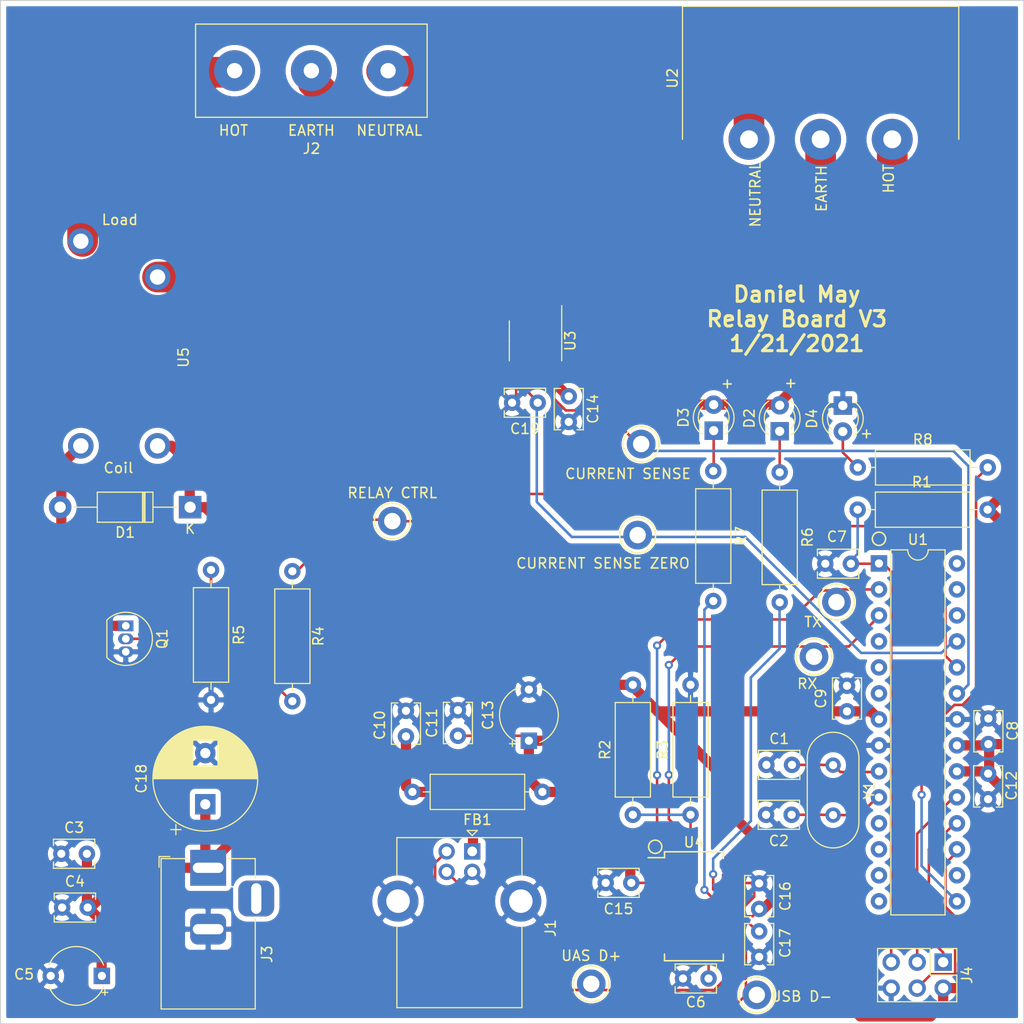
<source format=kicad_pcb>
(kicad_pcb (version 20171130) (host pcbnew "(5.1.8)-1")
  (layers (0 F.Cu signal) (31 B.Cu signal) (34 B.Paste user) (35 F.Paste user) (36 B.SilkS user) (37 F.SilkS user) (38 B.Mask user) (39 F.Mask user) (44 Edge.Cuts user))
  (net 0 "")
  (net 1 XTAL1)
  (net 2 ISP_GND)
  (net 3 XTAL2)
  (net 4 5V_Rail)
  (net 5 "Net-(C6-Pad2)")
  (net 6 "Net-(C10-Pad2)")
  (net 7 "Net-(D1-Pad2)")
  (net 8 "Net-(D2-Pad1)")
  (net 9 "Net-(D3-Pad1)")
  (net 10 "Net-(D4-Pad2)")
  (net 11 USB_D+)
  (net 12 USB_D-)
  (net 13 AC_Hot_OUT)
  (net 14 AC_Neutral_IN)
  (net 15 AC_Earth_IN)
  (net 16 "Net-(J3-PadMP)")
  (net 17 ISP_RST)
  (net 18 ISP_MOSI)
  (net 19 ISP_SCK)
  (net 20 ISP_MISO)
  (net 21 "Net-(Q1-Pad2)")
  (net 22 Relay_CTRL)
  (net 23 "Net-(R6-Pad2)")
  (net 24 "Net-(R7-Pad2)")
  (net 25 "Net-(R8-Pad2)")
  (net 26 "Net-(U1-Pad28)")
  (net 27 "Net-(U1-Pad14)")
  (net 28 "Net-(U1-Pad27)")
  (net 29 "Net-(U1-Pad13)")
  (net 30 "Net-(U1-Pad26)")
  (net 31 "Net-(U1-Pad12)")
  (net 32 "Net-(U1-Pad11)")
  (net 33 Current_Sense)
  (net 34 "Net-(U1-Pad6)")
  (net 35 "Net-(U1-Pad5)")
  (net 36 "Net-(U1-Pad4)")
  (net 37 FTDI_UART_RX)
  (net 38 "Net-(U1-Pad16)")
  (net 39 FTDI_UART_TX)
  (net 40 AC_Hot_IN)
  (net 41 AC_Hot_Sense)
  (net 42 "Net-(U4-Pad28)")
  (net 43 "Net-(U4-Pad27)")
  (net 44 "Net-(U4-Pad14)")
  (net 45 "Net-(U4-Pad13)")
  (net 46 "Net-(U4-Pad12)")
  (net 47 "Net-(U4-Pad11)")
  (net 48 "Net-(U4-Pad10)")
  (net 49 "Net-(U4-Pad9)")
  (net 50 "Net-(U4-Pad6)")
  (net 51 "Net-(U4-Pad3)")
  (net 52 "Net-(U4-Pad2)")
  (net 53 "Net-(C17-Pad2)")
  (net 54 USB_VBUS_Rail)
  (net 55 Current_Sense_Zero)
  (module Custom_Footprints:G5PZ-1A-E_DC5 (layer F.Cu) (at 96.7994 85.4583 90)
    (fp_text reference U5 (at 8.636 10.033 90) (layer F.SilkS))
    (fp_text value G5PZ-1A-E_DC5)
    (fp_text user Load (at 22.098 3.81) (layer F.SilkS))
    (fp_text user Coil (at -2.159 3.683 180) (layer F.SilkS))
    (pad 3 thru_hole circle (at 20 0 90) (size 2.5 2.5) (drill 1.5) (layers *.Cu *.Mask) (net 13 AC_Hot_OUT))
    (pad 4 thru_hole circle (at 16.5 7.5 90) (size 2.5 2.5) (drill 1.5) (layers *.Cu *.Mask) (net 41 AC_Hot_Sense))
    (pad 1 thru_hole circle (at 0 7.5 90) (size 2.5 2.5) (drill 1.5) (layers *.Cu *.Mask) (net 4 5V_Rail))
    (pad 2 thru_hole circle (at 0 0 90) (size 2.5 2.5) (drill 1.5) (layers *.Cu *.Mask) (net 7 "Net-(D1-Pad2)"))
  )
  (module Package_SO:SOIC-8_3.9x4.9mm_P1.27mm (layer F.Cu) (at 141.2367 75.1967 270)
    (fp_text reference U3 (at 0 -3.4 90) (layer F.SilkS))
    (fp_text value ACS730xLCTR-20AB)
    (pad 8 smd roundrect (at 2.475 -1.905 270) (size 1.95 0.6) (layers F.Cu F.Paste F.Mask) (net 54 USB_VBUS_Rail))
    (pad 7 smd roundrect (at 2.475 -0.635 270) (size 1.95 0.6) (layers F.Cu F.Paste F.Mask) (net 33 Current_Sense))
    (pad 6 smd roundrect (at 2.475 0.635 270) (size 1.95 0.6) (layers F.Cu F.Paste F.Mask) (net 55 Current_Sense_Zero))
    (pad 5 smd roundrect (at 2.475 1.905 270) (size 1.95 0.6) (layers F.Cu F.Paste F.Mask) (net 2 ISP_GND))
    (pad 4 smd roundrect (at -2.475 1.905 270) (size 1.95 0.6) (layers F.Cu F.Paste F.Mask) (net 41 AC_Hot_Sense))
    (pad 3 smd roundrect (at -2.475 0.635 270) (size 1.95 0.6) (layers F.Cu F.Paste F.Mask) (net 41 AC_Hot_Sense))
    (pad 2 smd roundrect (at -2.475 -0.635 270) (size 1.95 0.6) (layers F.Cu F.Paste F.Mask) (net 40 AC_Hot_IN))
    (pad 1 smd roundrect (at -2.475 -1.905 270) (size 1.95 0.6) (layers F.Cu F.Paste F.Mask) (net 40 AC_Hot_IN))
  )
  (module Capacitor_THT:C_Disc_D3.8mm_W2.6mm_P2.50mm (layer F.Cu) (at 141.4507 81.2419 180)
    (fp_text reference C19 (at 1.25 -2.55) (layer F.SilkS))
    (fp_text value .1uF)
    (pad 2 thru_hole circle (at 2.5 0 180) (size 1.6 1.6) (drill 0.8) (layers *.Cu *.Mask) (net 2 ISP_GND))
    (pad 1 thru_hole circle (at 0 0 180) (size 1.6 1.6) (drill 0.8) (layers *.Cu *.Mask) (net 55 Current_Sense_Zero))
  )
  (module Custom_Footprints:2mm_square_pad (layer F.Cu) (at 141.5161 71.7423)
    (fp_text reference REF**)
    (fp_text value 2mm_square_pad)
    (fp_poly (pts (xy 2 2) (xy 0 2) (xy 0 0) (xy 2 0)) (layer F.Cu) (width 0.1))
  )
  (module Custom_Footprints:2mm_square_pad (layer F.Cu) (at 138.9761 71.7423)
    (fp_text reference REF**)
    (fp_text value 2mm_square_pad)
    (fp_poly (pts (xy 2 2) (xy 0 2) (xy 0 0) (xy 2 0)) (layer F.Cu) (width 0.1))
  )
  (module TestPoint:TestPoint_Keystone_5005-5009_Compact (layer F.Cu) (at 151.2189 94.1832)
    (fp_text reference "CURRENT SENSE ZERO" (at -3.3909 2.7559) (layer F.SilkS))
    (fp_text value TestPoint_Keystone_5005-5009_Compact)
    (pad 1 thru_hole circle (at 0 0) (size 2.8 2.8) (drill 1.6) (layers *.Cu *.Mask) (net 55 Current_Sense_Zero))
  )
  (module TestPoint:TestPoint_Keystone_5005-5009_Compact (layer F.Cu) (at 151.5618 85.2805)
    (fp_text reference "CURRENT SENSE" (at -1.2827 2.9083) (layer F.SilkS))
    (fp_text value TestPoint_Keystone_5005-5009_Compact)
    (pad 1 thru_hole circle (at 0 0) (size 2.8 2.8) (drill 1.6) (layers *.Cu *.Mask) (net 33 Current_Sense))
  )
  (module TestPoint:TestPoint_Keystone_5005-5009_Compact (layer F.Cu) (at 127.2413 92.8116)
    (fp_text reference "RELAY CTRL" (at 0 -2.75) (layer F.SilkS))
    (fp_text value TestPoint_Keystone_5005-5009_Compact)
    (pad 1 thru_hole circle (at 0 0) (size 2.8 2.8) (drill 1.6) (layers *.Cu *.Mask) (net 22 Relay_CTRL))
  )
  (module TestPoint:TestPoint_Keystone_5005-5009_Compact (layer F.Cu) (at 168.4528 106.0704)
    (fp_text reference RX (at -0.6604 2.6416) (layer F.SilkS))
    (fp_text value TestPoint_Keystone_5005-5009_Compact)
    (pad 1 thru_hole circle (at 0 0) (size 2.8 2.8) (drill 1.6) (layers *.Cu *.Mask) (net 37 FTDI_UART_RX))
  )
  (module TestPoint:TestPoint_Keystone_5005-5009_Compact (layer F.Cu) (at 170.6499 100.7237)
    (fp_text reference TX (at -2.286 1.9558) (layer F.SilkS))
    (fp_text value TestPoint_Keystone_5005-5009_Compact)
    (pad 1 thru_hole circle (at 0 0) (size 2.8 2.8) (drill 1.6) (layers *.Cu *.Mask) (net 39 FTDI_UART_TX))
  )
  (module TestPoint:TestPoint_Keystone_5005-5009_Compact (layer F.Cu) (at 162.8648 139.1158)
    (fp_text reference "USB D-" (at 4.3561 0.1524) (layer F.SilkS))
    (fp_text value TestPoint_Keystone_5005-5009_Compact)
    (pad 1 thru_hole circle (at 0 0) (size 2.8 2.8) (drill 1.6) (layers *.Cu *.Mask) (net 12 USB_D-))
  )
  (module TestPoint:TestPoint_Keystone_5005-5009_Compact (layer F.Cu) (at 146.685 138.0363)
    (fp_text reference "UAS D+" (at 0 -2.75) (layer F.SilkS))
    (fp_text value TestPoint_Keystone_5005-5009_Compact)
    (pad 1 thru_hole circle (at 0 0) (size 2.8 2.8) (drill 1.6) (layers *.Cu *.Mask) (net 11 USB_D+))
  )
  (module Capacitor_THT:CP_Radial_D10.0mm_P5.00mm (layer F.Cu) (at 108.966 120.4849 90)
    (fp_text reference C18 (at 2.5 -6.25 90) (layer F.SilkS))
    (fp_text value 1000uF)
    (pad 2 thru_hole circle (at 5 0 90) (size 2 2) (drill 1) (layers *.Cu *.Mask) (net 2 ISP_GND))
    (pad 1 thru_hole rect (at 0 0 90) (size 2 2) (drill 1) (layers *.Cu *.Mask) (net 4 5V_Rail))
  )
  (module Connector_USB:USB_B_Lumberg_2411_02_Horizontal (layer F.Cu) (at 135.0518 125.095 270)
    (fp_text reference J1 (at 7.5 -7.65 90) (layer F.SilkS))
    (fp_text value USB_B)
    (pad 5 thru_hole circle (at 4.86 -4.75) (size 4 4) (drill 2.3) (layers *.Cu *.Mask) (net 2 ISP_GND))
    (pad 5 thru_hole circle (at 4.86 7.25) (size 4 4) (drill 2.3) (layers *.Cu *.Mask) (net 2 ISP_GND))
    (pad 4 thru_hole circle (at 2 0) (size 1.6 1.6) (drill 0.95) (layers *.Cu *.Mask) (net 2 ISP_GND))
    (pad 3 thru_hole circle (at 2 2.5) (size 1.6 1.6) (drill 0.95) (layers *.Cu *.Mask) (net 11 USB_D+))
    (pad 2 thru_hole circle (at 0 2.5) (size 1.6 1.6) (drill 0.95) (layers *.Cu *.Mask) (net 12 USB_D-))
    (pad 1 thru_hole rect (at 0 0) (size 1.6 1.6) (drill 0.95) (layers *.Cu *.Mask) (net 6 "Net-(C10-Pad2)"))
  )
  (module Capacitor_THT:C_Disc_D3.8mm_W2.6mm_P2.50mm (layer F.Cu) (at 163.0934 135.4074 90)
    (fp_text reference C17 (at 1.3462 2.54 90) (layer F.SilkS))
    (fp_text value .1uF)
    (pad 2 thru_hole circle (at 2.5 0 90) (size 1.6 1.6) (drill 0.8) (layers *.Cu *.Mask) (net 53 "Net-(C17-Pad2)"))
    (pad 1 thru_hole circle (at 0 0 90) (size 1.6 1.6) (drill 0.8) (layers *.Cu *.Mask) (net 2 ISP_GND))
  )
  (module Capacitor_THT:C_Disc_D3.8mm_W2.6mm_P2.50mm (layer F.Cu) (at 172.0596 96.9772 180)
    (fp_text reference C7 (at 1.3716 2.6416) (layer F.SilkS))
    (fp_text value .1uF)
    (pad 2 thru_hole circle (at 2.5 0 180) (size 1.6 1.6) (drill 0.8) (layers *.Cu *.Mask) (net 2 ISP_GND))
    (pad 1 thru_hole circle (at 0 0 180) (size 1.6 1.6) (drill 0.8) (layers *.Cu *.Mask) (net 17 ISP_RST))
  )
  (module Custom_Footprints:IEC_Connector (layer F.Cu) (at 169.1005 55.499)
    (fp_text reference U2 (at -14.478 -5.969 90) (layer F.SilkS))
    (fp_text value IEC_Connector)
    (fp_text user NEUTRAL (at -6.38 5.39 90) (layer F.SilkS))
    (fp_text user EARTH (at 0.09 4.81 270) (layer F.SilkS))
    (fp_text user HOT (at 6.65 3.85 270) (layer F.SilkS))
    (pad 2 thru_hole circle (at 0 0) (size 4 4) (drill 1.75) (layers *.Cu *.Mask) (net 15 AC_Earth_IN))
    (pad 0 thru_hole circle (at 7 0) (size 4 4) (drill 1.75) (layers *.Cu *.Mask) (net 40 AC_Hot_IN))
    (pad 1 thru_hole circle (at -7 0) (size 4 4) (drill 1.75) (layers *.Cu *.Mask) (net 14 AC_Neutral_IN))
  )
  (module Crystal:Crystal_HC49-U_Vertical (layer F.Cu) (at 170.3197 116.6622 270)
    (fp_text reference Y1 (at 2.44 -3.525 90) (layer F.SilkS))
    (fp_text value 16MHz)
    (pad 2 thru_hole circle (at 4.88 0 270) (size 1.5 1.5) (drill 0.8) (layers *.Cu *.Mask) (net 3 XTAL2))
    (pad 1 thru_hole circle (at 0 0 270) (size 1.5 1.5) (drill 0.8) (layers *.Cu *.Mask) (net 1 XTAL1))
  )
  (module Package_SO:SSOP-28_5.3x10.2mm_P0.65mm (layer F.Cu) (at 156.718 130.4544)
    (fp_text reference U4 (at 0 -6.25) (layer F.SilkS))
    (fp_text value FT232RL)
    (pad 28 smd rect (at 3.6 -4.225) (size 1.75 0.45) (layers F.Cu F.Paste F.Mask) (net 42 "Net-(U4-Pad28)"))
    (pad 27 smd rect (at 3.6 -3.575) (size 1.75 0.45) (layers F.Cu F.Paste F.Mask) (net 43 "Net-(U4-Pad27)"))
    (pad 26 smd rect (at 3.6 -2.925) (size 1.75 0.45) (layers F.Cu F.Paste F.Mask) (net 2 ISP_GND))
    (pad 25 smd rect (at 3.6 -2.275) (size 1.75 0.45) (layers F.Cu F.Paste F.Mask) (net 2 ISP_GND))
    (pad 24 smd rect (at 3.6 -1.625) (size 1.75 0.45) (layers F.Cu F.Paste F.Mask))
    (pad 23 smd rect (at 3.6 -0.975) (size 1.75 0.45) (layers F.Cu F.Paste F.Mask) (net 23 "Net-(R6-Pad2)"))
    (pad 22 smd rect (at 3.6 -0.325) (size 1.75 0.45) (layers F.Cu F.Paste F.Mask) (net 24 "Net-(R7-Pad2)"))
    (pad 21 smd rect (at 3.6 0.325) (size 1.75 0.45) (layers F.Cu F.Paste F.Mask) (net 2 ISP_GND))
    (pad 20 smd rect (at 3.6 0.975) (size 1.75 0.45) (layers F.Cu F.Paste F.Mask) (net 54 USB_VBUS_Rail))
    (pad 19 smd rect (at 3.6 1.625) (size 1.75 0.45) (layers F.Cu F.Paste F.Mask) (net 53 "Net-(C17-Pad2)"))
    (pad 18 smd rect (at 3.6 2.275) (size 1.75 0.45) (layers F.Cu F.Paste F.Mask) (net 2 ISP_GND))
    (pad 17 smd rect (at 3.6 2.925) (size 1.75 0.45) (layers F.Cu F.Paste F.Mask) (net 5 "Net-(C6-Pad2)"))
    (pad 16 smd rect (at 3.6 3.575) (size 1.75 0.45) (layers F.Cu F.Paste F.Mask) (net 12 USB_D-))
    (pad 15 smd rect (at 3.6 4.225) (size 1.75 0.45) (layers F.Cu F.Paste F.Mask) (net 11 USB_D+))
    (pad 14 smd rect (at -3.6 4.225) (size 1.75 0.45) (layers F.Cu F.Paste F.Mask) (net 44 "Net-(U4-Pad14)"))
    (pad 13 smd rect (at -3.6 3.575) (size 1.75 0.45) (layers F.Cu F.Paste F.Mask) (net 45 "Net-(U4-Pad13)"))
    (pad 12 smd rect (at -3.6 2.925) (size 1.75 0.45) (layers F.Cu F.Paste F.Mask) (net 46 "Net-(U4-Pad12)"))
    (pad 11 smd rect (at -3.6 2.275) (size 1.75 0.45) (layers F.Cu F.Paste F.Mask) (net 47 "Net-(U4-Pad11)"))
    (pad 10 smd rect (at -3.6 1.625) (size 1.75 0.45) (layers F.Cu F.Paste F.Mask) (net 48 "Net-(U4-Pad10)"))
    (pad 9 smd rect (at -3.6 0.975) (size 1.75 0.45) (layers F.Cu F.Paste F.Mask) (net 49 "Net-(U4-Pad9)"))
    (pad 8 smd rect (at -3.6 0.325) (size 1.75 0.45) (layers F.Cu F.Paste F.Mask))
    (pad 7 smd rect (at -3.6 -0.325) (size 1.75 0.45) (layers F.Cu F.Paste F.Mask) (net 2 ISP_GND))
    (pad 6 smd rect (at -3.6 -0.975) (size 1.75 0.45) (layers F.Cu F.Paste F.Mask) (net 50 "Net-(U4-Pad6)"))
    (pad 5 smd rect (at -3.6 -1.625) (size 1.75 0.45) (layers F.Cu F.Paste F.Mask) (net 37 FTDI_UART_RX))
    (pad 4 smd rect (at -3.6 -2.275) (size 1.75 0.45) (layers F.Cu F.Paste F.Mask) (net 54 USB_VBUS_Rail))
    (pad 3 smd rect (at -3.6 -2.925) (size 1.75 0.45) (layers F.Cu F.Paste F.Mask) (net 51 "Net-(U4-Pad3)"))
    (pad 2 smd rect (at -3.6 -3.575) (size 1.75 0.45) (layers F.Cu F.Paste F.Mask) (net 52 "Net-(U4-Pad2)"))
    (pad 1 smd rect (at -3.6 -4.225) (size 1.75 0.45) (layers F.Cu F.Paste F.Mask) (net 39 FTDI_UART_TX))
  )
  (module Package_DIP:DIP-28_W7.62mm (layer F.Cu) (at 174.8028 96.9518)
    (fp_text reference U1 (at 3.81 -2.33) (layer F.SilkS))
    (fp_text value ATmega328P-PU)
    (pad 28 thru_hole oval (at 7.62 0) (size 1.6 1.6) (drill 0.8) (layers *.Cu *.Mask) (net 26 "Net-(U1-Pad28)"))
    (pad 14 thru_hole oval (at 0 33.02) (size 1.6 1.6) (drill 0.8) (layers *.Cu *.Mask) (net 27 "Net-(U1-Pad14)"))
    (pad 27 thru_hole oval (at 7.62 2.54) (size 1.6 1.6) (drill 0.8) (layers *.Cu *.Mask) (net 28 "Net-(U1-Pad27)"))
    (pad 13 thru_hole oval (at 0 30.48) (size 1.6 1.6) (drill 0.8) (layers *.Cu *.Mask) (net 29 "Net-(U1-Pad13)"))
    (pad 26 thru_hole oval (at 7.62 5.08) (size 1.6 1.6) (drill 0.8) (layers *.Cu *.Mask) (net 30 "Net-(U1-Pad26)"))
    (pad 12 thru_hole oval (at 0 27.94) (size 1.6 1.6) (drill 0.8) (layers *.Cu *.Mask) (net 31 "Net-(U1-Pad12)"))
    (pad 25 thru_hole oval (at 7.62 7.62) (size 1.6 1.6) (drill 0.8) (layers *.Cu *.Mask) (net 55 Current_Sense_Zero))
    (pad 11 thru_hole oval (at 0 25.4) (size 1.6 1.6) (drill 0.8) (layers *.Cu *.Mask) (net 32 "Net-(U1-Pad11)"))
    (pad 24 thru_hole oval (at 7.62 10.16) (size 1.6 1.6) (drill 0.8) (layers *.Cu *.Mask) (net 22 Relay_CTRL))
    (pad 10 thru_hole oval (at 0 22.86) (size 1.6 1.6) (drill 0.8) (layers *.Cu *.Mask) (net 3 XTAL2))
    (pad 23 thru_hole oval (at 7.62 12.7) (size 1.6 1.6) (drill 0.8) (layers *.Cu *.Mask) (net 33 Current_Sense))
    (pad 9 thru_hole oval (at 0 20.32) (size 1.6 1.6) (drill 0.8) (layers *.Cu *.Mask) (net 1 XTAL1))
    (pad 22 thru_hole oval (at 7.62 15.24) (size 1.6 1.6) (drill 0.8) (layers *.Cu *.Mask) (net 2 ISP_GND))
    (pad 8 thru_hole oval (at 0 17.78) (size 1.6 1.6) (drill 0.8) (layers *.Cu *.Mask) (net 2 ISP_GND))
    (pad 21 thru_hole oval (at 7.62 17.78) (size 1.6 1.6) (drill 0.8) (layers *.Cu *.Mask) (net 54 USB_VBUS_Rail))
    (pad 7 thru_hole oval (at 0 15.24) (size 1.6 1.6) (drill 0.8) (layers *.Cu *.Mask) (net 54 USB_VBUS_Rail))
    (pad 20 thru_hole oval (at 7.62 20.32) (size 1.6 1.6) (drill 0.8) (layers *.Cu *.Mask) (net 54 USB_VBUS_Rail))
    (pad 6 thru_hole oval (at 0 12.7) (size 1.6 1.6) (drill 0.8) (layers *.Cu *.Mask) (net 34 "Net-(U1-Pad6)"))
    (pad 19 thru_hole oval (at 7.62 22.86) (size 1.6 1.6) (drill 0.8) (layers *.Cu *.Mask) (net 19 ISP_SCK))
    (pad 5 thru_hole oval (at 0 10.16) (size 1.6 1.6) (drill 0.8) (layers *.Cu *.Mask) (net 35 "Net-(U1-Pad5)"))
    (pad 18 thru_hole oval (at 7.62 25.4) (size 1.6 1.6) (drill 0.8) (layers *.Cu *.Mask) (net 20 ISP_MISO))
    (pad 4 thru_hole oval (at 0 7.62) (size 1.6 1.6) (drill 0.8) (layers *.Cu *.Mask) (net 36 "Net-(U1-Pad4)"))
    (pad 17 thru_hole oval (at 7.62 27.94) (size 1.6 1.6) (drill 0.8) (layers *.Cu *.Mask) (net 18 ISP_MOSI))
    (pad 3 thru_hole oval (at 0 5.08) (size 1.6 1.6) (drill 0.8) (layers *.Cu *.Mask) (net 37 FTDI_UART_RX))
    (pad 16 thru_hole oval (at 7.62 30.48) (size 1.6 1.6) (drill 0.8) (layers *.Cu *.Mask) (net 38 "Net-(U1-Pad16)"))
    (pad 2 thru_hole oval (at 0 2.54) (size 1.6 1.6) (drill 0.8) (layers *.Cu *.Mask) (net 39 FTDI_UART_TX))
    (pad 15 thru_hole oval (at 7.62 33.02) (size 1.6 1.6) (drill 0.8) (layers *.Cu *.Mask) (net 25 "Net-(R8-Pad2)"))
    (pad 1 thru_hole rect (at 0 0) (size 1.6 1.6) (drill 0.8) (layers *.Cu *.Mask) (net 17 ISP_RST))
  )
  (module Resistor_THT:R_Axial_DIN0309_L9.0mm_D3.2mm_P12.70mm_Horizontal (layer F.Cu) (at 172.7327 87.5665)
    (fp_text reference R8 (at 6.35 -2.72) (layer F.SilkS))
    (fp_text value 470)
    (pad 2 thru_hole oval (at 12.7 0) (size 1.6 1.6) (drill 0.8) (layers *.Cu *.Mask) (net 25 "Net-(R8-Pad2)"))
    (pad 1 thru_hole circle (at 0 0) (size 1.6 1.6) (drill 0.8) (layers *.Cu *.Mask) (net 10 "Net-(D4-Pad2)"))
  )
  (module Resistor_THT:R_Axial_DIN0309_L9.0mm_D3.2mm_P12.70mm_Horizontal (layer F.Cu) (at 158.6103 87.9221 270)
    (fp_text reference R7 (at 6.35 -2.72 90) (layer F.SilkS))
    (fp_text value 220)
    (pad 2 thru_hole oval (at 12.7 0 270) (size 1.6 1.6) (drill 0.8) (layers *.Cu *.Mask) (net 24 "Net-(R7-Pad2)"))
    (pad 1 thru_hole circle (at 0 0 270) (size 1.6 1.6) (drill 0.8) (layers *.Cu *.Mask) (net 9 "Net-(D3-Pad1)"))
  )
  (module Resistor_THT:R_Axial_DIN0309_L9.0mm_D3.2mm_P12.70mm_Horizontal (layer F.Cu) (at 165.1 88.0491 270)
    (fp_text reference R6 (at 6.35 -2.72 90) (layer F.SilkS))
    (fp_text value 220)
    (pad 2 thru_hole oval (at 12.7 0 270) (size 1.6 1.6) (drill 0.8) (layers *.Cu *.Mask) (net 23 "Net-(R6-Pad2)"))
    (pad 1 thru_hole circle (at 0 0 270) (size 1.6 1.6) (drill 0.8) (layers *.Cu *.Mask) (net 8 "Net-(D2-Pad1)"))
  )
  (module Resistor_THT:R_Axial_DIN0309_L9.0mm_D3.2mm_P12.70mm_Horizontal (layer F.Cu) (at 109.5248 97.5868 270)
    (fp_text reference R5 (at 6.35 -2.72 90) (layer F.SilkS))
    (fp_text value 10K)
    (pad 2 thru_hole oval (at 12.7 0 270) (size 1.6 1.6) (drill 0.8) (layers *.Cu *.Mask) (net 2 ISP_GND))
    (pad 1 thru_hole circle (at 0 0 270) (size 1.6 1.6) (drill 0.8) (layers *.Cu *.Mask) (net 21 "Net-(Q1-Pad2)"))
  )
  (module Resistor_THT:R_Axial_DIN0309_L9.0mm_D3.2mm_P12.70mm_Horizontal (layer F.Cu) (at 117.475 110.4138 90)
    (fp_text reference R4 (at 6.35 2.54 90) (layer F.SilkS))
    (fp_text value 220)
    (pad 2 thru_hole oval (at 12.7 0 90) (size 1.6 1.6) (drill 0.8) (layers *.Cu *.Mask) (net 22 Relay_CTRL))
    (pad 1 thru_hole circle (at 0 0 90) (size 1.6 1.6) (drill 0.8) (layers *.Cu *.Mask) (net 21 "Net-(Q1-Pad2)"))
  )
  (module Resistor_THT:R_Axial_DIN0309_L9.0mm_D3.2mm_P12.70mm_Horizontal (layer F.Cu) (at 156.3878 121.5136 90)
    (fp_text reference R3 (at 6.35 -2.72 90) (layer F.SilkS))
    (fp_text value 10k)
    (pad 2 thru_hole oval (at 12.7 0 90) (size 1.6 1.6) (drill 0.8) (layers *.Cu *.Mask) (net 2 ISP_GND))
    (pad 1 thru_hole circle (at 0 0 90) (size 1.6 1.6) (drill 0.8) (layers *.Cu *.Mask) (net 53 "Net-(C17-Pad2)"))
  )
  (module Resistor_THT:R_Axial_DIN0309_L9.0mm_D3.2mm_P12.70mm_Horizontal (layer F.Cu) (at 150.749 121.5136 90)
    (fp_text reference R2 (at 6.35 -2.72 90) (layer F.SilkS))
    (fp_text value 4.7k)
    (pad 2 thru_hole oval (at 12.7 0 90) (size 1.6 1.6) (drill 0.8) (layers *.Cu *.Mask) (net 54 USB_VBUS_Rail))
    (pad 1 thru_hole circle (at 0 0 90) (size 1.6 1.6) (drill 0.8) (layers *.Cu *.Mask) (net 53 "Net-(C17-Pad2)"))
  )
  (module Resistor_THT:R_Axial_DIN0309_L9.0mm_D3.2mm_P12.70mm_Horizontal (layer F.Cu) (at 185.42 91.694 180)
    (fp_text reference R1 (at 6.4262 2.6924) (layer F.SilkS))
    (fp_text value 10k)
    (pad 2 thru_hole oval (at 12.7 0 180) (size 1.6 1.6) (drill 0.8) (layers *.Cu *.Mask) (net 17 ISP_RST))
    (pad 1 thru_hole circle (at 0 0 180) (size 1.6 1.6) (drill 0.8) (layers *.Cu *.Mask) (net 54 USB_VBUS_Rail))
  )
  (module Package_TO_SOT_THT:TO-92_Inline (layer F.Cu) (at 101.1936 103.0478 270)
    (fp_text reference Q1 (at 1.27 -3.56 90) (layer F.SilkS))
    (fp_text value BC337)
    (pad 1 thru_hole rect (at 0 0 270) (size 1.05 1.5) (drill 0.75) (layers *.Cu *.Mask) (net 7 "Net-(D1-Pad2)"))
    (pad 3 thru_hole oval (at 2.54 0 270) (size 1.05 1.5) (drill 0.75) (layers *.Cu *.Mask) (net 2 ISP_GND))
    (pad 2 thru_hole oval (at 1.27 0 270) (size 1.05 1.5) (drill 0.75) (layers *.Cu *.Mask) (net 21 "Net-(Q1-Pad2)"))
  )
  (module Connector_PinHeader_2.54mm:PinHeader_2x03_P2.54mm_Vertical (layer F.Cu) (at 181.0766 135.9154 270)
    (fp_text reference J4 (at 1.27 -2.33 90) (layer F.SilkS))
    (fp_text value Conn_02x03_Odd_Even)
    (pad 6 thru_hole oval (at 2.54 5.08 270) (size 1.7 1.7) (drill 1) (layers *.Cu *.Mask) (net 2 ISP_GND))
    (pad 5 thru_hole oval (at 0 5.08 270) (size 1.7 1.7) (drill 1) (layers *.Cu *.Mask) (net 17 ISP_RST))
    (pad 4 thru_hole oval (at 2.54 2.54 270) (size 1.7 1.7) (drill 1) (layers *.Cu *.Mask) (net 18 ISP_MOSI))
    (pad 3 thru_hole oval (at 0 2.54 270) (size 1.7 1.7) (drill 1) (layers *.Cu *.Mask) (net 19 ISP_SCK))
    (pad 2 thru_hole oval (at 2.54 0 270) (size 1.7 1.7) (drill 1) (layers *.Cu *.Mask) (net 54 USB_VBUS_Rail))
    (pad 1 thru_hole rect (at 0 0 270) (size 1.7 1.7) (drill 1) (layers *.Cu *.Mask) (net 20 ISP_MISO))
  )
  (module Custom_Footprints:BarrelJack_Horizontal (layer F.Cu) (at 109.2454 126.6952 90)
    (fp_text reference J3 (at -8.45 5.75 90) (layer F.SilkS))
    (fp_text value Barrel_Jack_MountingPin)
    (pad MP thru_hole roundrect (at -3 4.7 90) (size 3.5 3.5) (drill oval 3 1) (layers *.Cu *.Mask) (net 16 "Net-(J3-PadMP)"))
    (pad 2 thru_hole roundrect (at -6 0 90) (size 3 3.5) (drill oval 1 3) (layers *.Cu *.Mask) (net 2 ISP_GND))
    (pad 1 thru_hole rect (at 0 0 90) (size 3.5 3.5) (drill oval 1 3) (layers *.Cu *.Mask) (net 4 5V_Rail))
  )
  (module Custom_Footprints:Screw_Terminal_Pads (layer F.Cu) (at 119.3292 48.7934)
    (fp_text reference J2 (at 0.02 7.62) (layer F.SilkS))
    (fp_text value Screw_Terminal_01x03)
    (fp_text user NEUTRAL (at 7.62 5.842) (layer F.SilkS))
    (fp_text user EARTH (at 0 5.842) (layer F.SilkS))
    (fp_text user HOT (at -7.62 5.842) (layer F.SilkS))
    (pad 3 thru_hole circle (at -7.5 0) (size 4 4) (drill 1.5) (layers *.Cu *.Mask) (net 13 AC_Hot_OUT))
    (pad 2 thru_hole circle (at 7.5 0) (size 4 4) (drill 1.5) (layers *.Cu *.Mask) (net 14 AC_Neutral_IN))
    (pad 1 thru_hole circle (at 0 0) (size 4 4) (drill 1.5) (layers *.Cu *.Mask) (net 15 AC_Earth_IN))
  )
  (module Resistor_THT:R_Axial_DIN0309_L9.0mm_D3.2mm_P12.70mm_Horizontal (layer F.Cu) (at 141.9098 119.2784 180)
    (fp_text reference FB1 (at 6.35 -2.72) (layer F.SilkS))
    (fp_text value Ferrite_Bead)
    (pad 2 thru_hole oval (at 12.7 0 180) (size 1.6 1.6) (drill 0.8) (layers *.Cu *.Mask) (net 6 "Net-(C10-Pad2)"))
    (pad 1 thru_hole circle (at 0 0 180) (size 1.6 1.6) (drill 0.8) (layers *.Cu *.Mask) (net 54 USB_VBUS_Rail))
  )
  (module LED_THT:LED_D3.0mm (layer F.Cu) (at 171.2722 81.5213 270)
    (fp_text reference D4 (at 1.2827 3.0226 90) (layer F.SilkS))
    (fp_text value LED)
    (pad 2 thru_hole circle (at 2.54 0 270) (size 1.8 1.8) (drill 0.9) (layers *.Cu *.Mask) (net 10 "Net-(D4-Pad2)"))
    (pad 1 thru_hole rect (at 0 0 270) (size 1.8 1.8) (drill 0.9) (layers *.Cu *.Mask) (net 2 ISP_GND))
  )
  (module LED_THT:LED_D3.0mm (layer F.Cu) (at 158.6484 83.9724 90)
    (fp_text reference D3 (at 1.27 -2.96 90) (layer F.SilkS))
    (fp_text value LED)
    (pad 2 thru_hole circle (at 2.54 0 90) (size 1.8 1.8) (drill 0.9) (layers *.Cu *.Mask) (net 54 USB_VBUS_Rail))
    (pad 1 thru_hole rect (at 0 0 90) (size 1.8 1.8) (drill 0.9) (layers *.Cu *.Mask) (net 9 "Net-(D3-Pad1)"))
  )
  (module LED_THT:LED_D3.0mm (layer F.Cu) (at 165.1 84.0359 90)
    (fp_text reference D2 (at 1.27 -2.96 90) (layer F.SilkS))
    (fp_text value LED)
    (pad 2 thru_hole circle (at 2.54 0 90) (size 1.8 1.8) (drill 0.9) (layers *.Cu *.Mask) (net 54 USB_VBUS_Rail))
    (pad 1 thru_hole rect (at 0 0 90) (size 1.8 1.8) (drill 0.9) (layers *.Cu *.Mask) (net 8 "Net-(D2-Pad1)"))
  )
  (module Diode_THT:D_DO-41_SOD81_P12.70mm_Horizontal (layer F.Cu) (at 107.4801 91.4527 180)
    (fp_text reference D1 (at 6.35 -2.47) (layer F.SilkS))
    (fp_text value D)
    (fp_text user K (at 0 -2.1) (layer F.SilkS))
    (pad 2 thru_hole oval (at 12.7 0 180) (size 2.2 2.2) (drill 1.1) (layers *.Cu *.Mask) (net 7 "Net-(D1-Pad2)"))
    (pad 1 thru_hole rect (at 0 0 180) (size 2.2 2.2) (drill 1.1) (layers *.Cu *.Mask) (net 4 5V_Rail))
  )
  (module Capacitor_THT:C_Disc_D3.8mm_W2.6mm_P2.50mm (layer F.Cu) (at 163.0934 128.2192 270)
    (fp_text reference C16 (at 1.25 -2.55 90) (layer F.SilkS))
    (fp_text value .1uF)
    (pad 2 thru_hole circle (at 2.5 0 270) (size 1.6 1.6) (drill 0.8) (layers *.Cu *.Mask) (net 54 USB_VBUS_Rail))
    (pad 1 thru_hole circle (at 0 0 270) (size 1.6 1.6) (drill 0.8) (layers *.Cu *.Mask) (net 2 ISP_GND))
  )
  (module Capacitor_THT:C_Disc_D3.8mm_W2.6mm_P2.50mm (layer F.Cu) (at 150.5966 128.1684 180)
    (fp_text reference C15 (at 1.25 -2.55) (layer F.SilkS))
    (fp_text value .1uF)
    (pad 2 thru_hole circle (at 2.5 0 180) (size 1.6 1.6) (drill 0.8) (layers *.Cu *.Mask) (net 2 ISP_GND))
    (pad 1 thru_hole circle (at 0 0 180) (size 1.6 1.6) (drill 0.8) (layers *.Cu *.Mask) (net 54 USB_VBUS_Rail))
  )
  (module Capacitor_THT:C_Disc_D3.8mm_W2.6mm_P2.50mm (layer F.Cu) (at 144.4879 80.6196 270)
    (fp_text reference C14 (at 1.2319 -2.3622 90) (layer F.SilkS))
    (fp_text value .1uF)
    (pad 2 thru_hole circle (at 2.5 0 270) (size 1.6 1.6) (drill 0.8) (layers *.Cu *.Mask) (net 2 ISP_GND))
    (pad 1 thru_hole circle (at 0 0 270) (size 1.6 1.6) (drill 0.8) (layers *.Cu *.Mask) (net 54 USB_VBUS_Rail))
  )
  (module Capacitor_THT:CP_Radial_Tantal_D5.5mm_P5.00mm (layer F.Cu) (at 140.589 114.2746 90)
    (fp_text reference C13 (at 2.5 -4 90) (layer F.SilkS))
    (fp_text value 4.7uF)
    (pad 2 thru_hole circle (at 5 0 90) (size 1.6 1.6) (drill 0.8) (layers *.Cu *.Mask) (net 2 ISP_GND))
    (pad 1 thru_hole rect (at 0 0 90) (size 1.6 1.6) (drill 0.8) (layers *.Cu *.Mask) (net 54 USB_VBUS_Rail))
  )
  (module Capacitor_THT:C_Disc_D3.8mm_W2.6mm_P2.50mm (layer F.Cu) (at 185.4708 119.9896 90)
    (fp_text reference C12 (at 1.3208 2.286 90) (layer F.SilkS))
    (fp_text value .1uF)
    (pad 2 thru_hole circle (at 2.5 0 90) (size 1.6 1.6) (drill 0.8) (layers *.Cu *.Mask) (net 54 USB_VBUS_Rail))
    (pad 1 thru_hole circle (at 0 0 90) (size 1.6 1.6) (drill 0.8) (layers *.Cu *.Mask) (net 2 ISP_GND))
  )
  (module Capacitor_THT:C_Disc_D3.8mm_W2.6mm_P2.50mm (layer F.Cu) (at 133.6548 113.792 90)
    (fp_text reference C11 (at 1.25 -2.55 90) (layer F.SilkS))
    (fp_text value 100nF)
    (pad 2 thru_hole circle (at 2.5 0 90) (size 1.6 1.6) (drill 0.8) (layers *.Cu *.Mask) (net 2 ISP_GND))
    (pad 1 thru_hole circle (at 0 0 90) (size 1.6 1.6) (drill 0.8) (layers *.Cu *.Mask) (net 54 USB_VBUS_Rail))
  )
  (module Capacitor_THT:C_Disc_D3.8mm_W2.6mm_P2.50mm (layer F.Cu) (at 128.5748 111.3536 270)
    (fp_text reference C10 (at 1.397 2.5654 90) (layer F.SilkS))
    (fp_text value 10nF)
    (pad 2 thru_hole circle (at 2.5 0 270) (size 1.6 1.6) (drill 0.8) (layers *.Cu *.Mask) (net 6 "Net-(C10-Pad2)"))
    (pad 1 thru_hole circle (at 0 0 270) (size 1.6 1.6) (drill 0.8) (layers *.Cu *.Mask) (net 2 ISP_GND))
  )
  (module Capacitor_THT:C_Disc_D3.8mm_W2.6mm_P2.50mm (layer F.Cu) (at 171.6786 111.4044 90)
    (fp_text reference C9 (at 1.25 -2.55 90) (layer F.SilkS))
    (fp_text value .1uF)
    (pad 2 thru_hole circle (at 2.5 0 90) (size 1.6 1.6) (drill 0.8) (layers *.Cu *.Mask) (net 2 ISP_GND))
    (pad 1 thru_hole circle (at 0 0 90) (size 1.6 1.6) (drill 0.8) (layers *.Cu *.Mask) (net 54 USB_VBUS_Rail))
  )
  (module Capacitor_THT:C_Disc_D3.8mm_W2.6mm_P2.50mm (layer F.Cu) (at 185.4962 114.6048 90)
    (fp_text reference C8 (at 1.2954 2.3622 90) (layer F.SilkS))
    (fp_text value .1uF)
    (pad 2 thru_hole circle (at 2.5 0 90) (size 1.6 1.6) (drill 0.8) (layers *.Cu *.Mask) (net 2 ISP_GND))
    (pad 1 thru_hole circle (at 0 0 90) (size 1.6 1.6) (drill 0.8) (layers *.Cu *.Mask) (net 54 USB_VBUS_Rail))
  )
  (module Capacitor_THT:C_Disc_D3.8mm_W2.6mm_P2.50mm (layer F.Cu) (at 155.6512 137.5156)
    (fp_text reference C6 (at 1.2446 2.3114) (layer F.SilkS))
    (fp_text value 100nF)
    (pad 2 thru_hole circle (at 2.5 0) (size 1.6 1.6) (drill 0.8) (layers *.Cu *.Mask) (net 5 "Net-(C6-Pad2)"))
    (pad 1 thru_hole circle (at 0 0) (size 1.6 1.6) (drill 0.8) (layers *.Cu *.Mask) (net 2 ISP_GND))
  )
  (module Capacitor_THT:CP_Radial_Tantal_D5.5mm_P5.00mm (layer F.Cu) (at 98.8568 137.2616 180)
    (fp_text reference C5 (at 7.6073 0.1524) (layer F.SilkS))
    (fp_text value 4.7uF)
    (pad 2 thru_hole circle (at 5 0 180) (size 1.6 1.6) (drill 0.8) (layers *.Cu *.Mask) (net 2 ISP_GND))
    (pad 1 thru_hole rect (at 0 0 180) (size 1.6 1.6) (drill 0.8) (layers *.Cu *.Mask) (net 4 5V_Rail))
  )
  (module Capacitor_THT:C_Disc_D3.8mm_W2.6mm_P2.50mm (layer F.Cu) (at 94.9706 130.5814)
    (fp_text reference C4 (at 1.25 -2.55) (layer F.SilkS))
    (fp_text value 100nF)
    (pad 2 thru_hole circle (at 2.5 0) (size 1.6 1.6) (drill 0.8) (layers *.Cu *.Mask) (net 4 5V_Rail))
    (pad 1 thru_hole circle (at 0 0) (size 1.6 1.6) (drill 0.8) (layers *.Cu *.Mask) (net 2 ISP_GND))
  )
  (module Capacitor_THT:C_Disc_D3.8mm_W2.6mm_P2.50mm (layer F.Cu) (at 94.8944 125.3236)
    (fp_text reference C3 (at 1.25 -2.55) (layer F.SilkS))
    (fp_text value 10nF)
    (pad 2 thru_hole circle (at 2.5 0) (size 1.6 1.6) (drill 0.8) (layers *.Cu *.Mask) (net 4 5V_Rail))
    (pad 1 thru_hole circle (at 0 0) (size 1.6 1.6) (drill 0.8) (layers *.Cu *.Mask) (net 2 ISP_GND))
  )
  (module Capacitor_THT:C_Disc_D3.8mm_W2.6mm_P2.50mm (layer F.Cu) (at 166.2684 121.5136 180)
    (fp_text reference C2 (at 1.25 -2.55) (layer F.SilkS))
    (fp_text value 16pF)
    (pad 2 thru_hole circle (at 2.5 0 180) (size 1.6 1.6) (drill 0.8) (layers *.Cu *.Mask) (net 2 ISP_GND))
    (pad 1 thru_hole circle (at 0 0 180) (size 1.6 1.6) (drill 0.8) (layers *.Cu *.Mask) (net 3 XTAL2))
  )
  (module Capacitor_THT:C_Disc_D3.8mm_W2.6mm_P2.50mm (layer F.Cu) (at 163.8046 116.6368)
    (fp_text reference C1 (at 1.25 -2.55) (layer F.SilkS))
    (fp_text value 16pF)
    (pad 2 thru_hole circle (at 2.5 0) (size 1.6 1.6) (drill 0.8) (layers *.Cu *.Mask) (net 1 XTAL1))
    (pad 1 thru_hole circle (at 0 0) (size 1.6 1.6) (drill 0.8) (layers *.Cu *.Mask) (net 2 ISP_GND))
  )
  (gr_circle (center 152.9334 124.639268) (end 153.5834 124.639268) (layer F.SilkS) (width 0.15))
  (gr_circle (center 174.8028 94.540268) (end 175.4528 94.540268) (layer F.SilkS) (width 0.15))
  (gr_text + (at 159.9819 79.3369) (layer F.SilkS) (effects (font (size 1 1))))
  (gr_text + (at 166.1795 79.2861) (layer F.SilkS) (effects (font (size 1 1))))
  (gr_text + (at 173.5836 84.2137) (layer F.SilkS) (effects (font (size 1 1))))
  (gr_text "Daniel May\nRelay Board V3\n1/21/2021" (at 166.7764 73.0631) (layer F.SilkS) (effects (font (size 1.5 1.5) (thickness 0.3))))
  (gr_line (start 88.9508 141.9354) (end 188.9508 141.9354) (layer Edge.Cuts) (width 0.1))
  (gr_line (start 188.9508 41.9354) (end 188.9508 141.9354) (layer Edge.Cuts) (width 0.1))
  (gr_line (start 88.9508 41.9354) (end 188.9508 41.9354) (layer Edge.Cuts) (width 0.1))
  (gr_line (start 88.9508 41.9354) (end 88.9508 141.9354) (layer Edge.Cuts) (width 0.1))
  (segment (start 170.4848 116.6368) (end 170.561 116.713) (width 0.25) (layer F.Cu) (net 1))
  (segment (start 166.3046 116.6368) (end 170.3324 116.6368) (width 0.25) (layer F.Cu) (net 1))
  (segment (start 170.3324 116.6368) (end 171.0309 117.3353) (width 0.25) (layer F.Cu) (net 1))
  (segment (start 171.0309 117.3353) (end 175.0314 117.3353) (width 0.25) (layer F.Cu) (net 1))
  (segment (start 148.0966 128.1684) (end 150.0778 130.1496) (width 0.25) (layer F.Cu) (net 2))
  (segment (start 150.0778 130.1496) (end 152.9842 130.1496) (width 0.25) (layer F.Cu) (net 2))
  (segment (start 156.682998 130.1294) (end 159.293998 132.7404) (width 0.25) (layer F.Cu) (net 2))
  (segment (start 153.118 130.1294) (end 156.682998 130.1294) (width 0.25) (layer F.Cu) (net 2))
  (segment (start 159.293998 132.7404) (end 159.8676 132.7404) (width 0.25) (layer F.Cu) (net 2))
  (segment (start 160.318 128.1794) (end 160.318 127.6672) (width 0.25) (layer F.Cu) (net 2))
  (segment (start 160.318 128.1794) (end 162.4948 128.1794) (width 0.25) (layer F.Cu) (net 2))
  (segment (start 162.4948 128.1794) (end 162.6108 128.2954) (width 0.25) (layer F.Cu) (net 2))
  (segment (start 162.6108 129.521602) (end 161.322402 130.81) (width 0.25) (layer F.Cu) (net 2))
  (segment (start 162.6108 128.2954) (end 162.6108 129.521602) (width 0.25) (layer F.Cu) (net 2))
  (segment (start 161.322402 130.81) (end 160.8836 130.81) (width 0.25) (layer F.Cu) (net 2))
  (segment (start 139.3444 77.6971) (end 139.3444 80.7974) (width 0.25) (layer F.Cu) (net 2))
  (segment (start 139.3444 80.7974) (end 139.1666 80.9752) (width 0.25) (layer F.Cu) (net 2))
  (segment (start 166.2684 121.5136) (end 170.2943 121.5136) (width 0.25) (layer F.Cu) (net 3))
  (segment (start 170.3197 121.5422) (end 172.8946 121.5422) (width 0.25) (layer F.Cu) (net 3))
  (segment (start 172.8946 121.5422) (end 174.5234 119.9134) (width 0.25) (layer F.Cu) (net 3))
  (segment (start 109.2454 126.6952) (end 109.2454 126.4158) (width 1) (layer F.Cu) (net 4))
  (segment (start 107.4801 91.4527) (end 108.9533 91.4527) (width 1) (layer F.Cu) (net 4))
  (segment (start 108.9533 91.4527) (end 113.3348 95.8342) (width 1) (layer F.Cu) (net 4))
  (segment (start 113.3348 97.4344) (end 113.3348 95.8342) (width 1) (layer F.Cu) (net 4))
  (segment (start 113.3348 102.0318) (end 113.3348 97.4344) (width 1) (layer F.Cu) (net 4))
  (segment (start 109.2454 126.4158) (end 122.2502 113.411) (width 1) (layer F.Cu) (net 4))
  (segment (start 122.2502 113.411) (end 122.2502 110.9472) (width 1) (layer F.Cu) (net 4))
  (segment (start 122.2502 110.9472) (end 113.3348 102.0318) (width 1) (layer F.Cu) (net 4))
  (segment (start 108.966 120.4849) (end 108.966 126.5301) (width 1) (layer F.Cu) (net 4))
  (segment (start 97.3944 125.3236) (end 97.3944 130.4779) (width 1) (layer F.Cu) (net 4))
  (segment (start 97.3944 130.4779) (end 98.8314 131.9149) (width 1) (layer F.Cu) (net 4))
  (segment (start 98.8314 131.9149) (end 98.8314 137.2235) (width 1) (layer F.Cu) (net 4))
  (segment (start 109.2454 126.6952) (end 101.6381 126.6952) (width 1) (layer F.Cu) (net 4))
  (segment (start 101.6381 126.6952) (end 97.8027 130.5306) (width 1) (layer F.Cu) (net 4))
  (segment (start 104.2994 85.4583) (end 105.664 85.4583) (width 1) (layer F.Cu) (net 4))
  (segment (start 107.442 87.2363) (end 107.442 91.3765) (width 1) (layer F.Cu) (net 4))
  (segment (start 105.664 85.4583) (end 107.442 87.2363) (width 1) (layer F.Cu) (net 4))
  (segment (start 158.1512 134.511198) (end 159.210798 133.4516) (width 0.25) (layer F.Cu) (net 5))
  (segment (start 158.1512 137.5156) (end 158.1512 134.511198) (width 0.25) (layer F.Cu) (net 5))
  (segment (start 159.210798 133.4516) (end 159.766 133.4516) (width 0.25) (layer F.Cu) (net 5))
  (segment (start 128.5748 113.8536) (end 128.5748 118.7704) (width 1) (layer F.Cu) (net 6))
  (segment (start 128.5748 118.7704) (end 129.1082 119.3038) (width 0.25) (layer F.Cu) (net 6))
  (segment (start 129.2098 119.2784) (end 132.588 119.2784) (width 1) (layer F.Cu) (net 6))
  (segment (start 132.588 119.2784) (end 135.128 121.8184) (width 1) (layer F.Cu) (net 6))
  (segment (start 135.128 121.8184) (end 135.128 125.1966) (width 1) (layer F.Cu) (net 6))
  (segment (start 101.1936 103.0478) (end 98.9584 103.0478) (width 1) (layer F.Cu) (net 7))
  (segment (start 94.8944 87.3252) (end 96.7867 85.4329) (width 1) (layer F.Cu) (net 7))
  (segment (start 94.8944 98.9838) (end 94.8944 87.3252) (width 1) (layer F.Cu) (net 7))
  (segment (start 98.9584 103.0478) (end 94.8944 98.9838) (width 1) (layer F.Cu) (net 7))
  (segment (start 165.1 84.0359) (end 165.1 87.8586) (width 0.25) (layer F.Cu) (net 8))
  (segment (start 165.1 87.8586) (end 165.227 87.9856) (width 0.25) (layer F.Cu) (net 8))
  (segment (start 158.6484 83.9724) (end 158.6484 87.9094) (width 0.25) (layer F.Cu) (net 9))
  (segment (start 158.6484 87.9094) (end 158.6611 87.9221) (width 0.25) (layer F.Cu) (net 9))
  (segment (start 171.2722 84.0613) (end 171.2722 85.4329) (width 0.25) (layer F.Cu) (net 10))
  (segment (start 171.2722 85.4329) (end 171.2722 86.106) (width 0.25) (layer F.Cu) (net 10))
  (segment (start 171.2722 86.106) (end 172.7327 87.5665) (width 0.25) (layer F.Cu) (net 10))
  (segment (start 158.691201 138.640601) (end 160.2994 137.032402) (width 0.25) (layer F.Cu) (net 11))
  (segment (start 132.5518 127.095) (end 144.097401 138.640601) (width 0.25) (layer F.Cu) (net 11))
  (segment (start 160.2994 137.032402) (end 160.2994 134.8486) (width 0.25) (layer F.Cu) (net 11))
  (segment (start 144.097401 138.640601) (end 145.651001 138.640601) (width 0.25) (layer F.Cu) (net 11))
  (segment (start 158.691201 138.640601) (end 147.579299 138.640601) (width 0.25) (layer F.Cu) (net 11))
  (segment (start 147.579299 138.640601) (end 147.4216 138.7983) (width 0.25) (layer F.Cu) (net 11))
  (segment (start 131.426799 126.220001) (end 131.426799 134.373199) (width 0.25) (layer F.Cu) (net 12))
  (segment (start 132.5518 125.095) (end 131.426799 126.220001) (width 0.25) (layer F.Cu) (net 12))
  (segment (start 160.2359 140.6779) (end 137.7315 140.6779) (width 0.25) (layer F.Cu) (net 12))
  (segment (start 161.798 139.1158) (end 160.2359 140.6779) (width 0.25) (layer F.Cu) (net 12))
  (segment (start 161.798 134.474398) (end 161.798 139.1158) (width 0.25) (layer F.Cu) (net 12))
  (segment (start 161.453001 134.129399) (end 161.798 134.474398) (width 0.25) (layer F.Cu) (net 12))
  (segment (start 161.0106 134.129399) (end 161.453001 134.129399) (width 0.25) (layer F.Cu) (net 12))
  (segment (start 136.0424 138.9888) (end 136.144211 139.090611) (width 0.25) (layer F.Cu) (net 12))
  (segment (start 137.7315 140.6779) (end 136.0424 138.9888) (width 0.25) (layer F.Cu) (net 12))
  (segment (start 131.426799 134.373199) (end 136.0424 138.9888) (width 0.25) (layer F.Cu) (net 12))
  (segment (start 96.9772 61.4016) (end 109.433 48.9458) (width 3) (layer F.Cu) (net 13))
  (segment (start 109.433 48.9458) (end 111.6076 48.9458) (width 3) (layer F.Cu) (net 13))
  (segment (start 96.9772 61.4016) (end 96.9772 65.4812) (width 3) (layer F.Cu) (net 13))
  (segment (start 96.9772 65.4812) (end 96.9137 65.5447) (width 0.25) (layer F.Cu) (net 13))
  (segment (start 162.1005 55.499) (end 162.1005 51.2295) (width 3) (layer F.Cu) (net 14))
  (segment (start 162.1005 51.2295) (end 159.7152 48.8442) (width 3) (layer F.Cu) (net 14))
  (segment (start 159.7152 48.8442) (end 126.1999 48.8442) (width 3) (layer F.Cu) (net 14))
  (segment (start 169.1005 55.499) (end 169.1005 60.1218) (width 3) (layer F.Cu) (net 15))
  (segment (start 124.714 55.1561) (end 119.4943 49.9364) (width 3) (layer F.Cu) (net 15))
  (segment (start 149.225 55.1561) (end 124.714 55.1561) (width 3) (layer F.Cu) (net 15))
  (segment (start 155.6893 61.6204) (end 149.225 55.1561) (width 3) (layer F.Cu) (net 15))
  (segment (start 167.6019 61.6204) (end 155.6893 61.6204) (width 3) (layer F.Cu) (net 15))
  (segment (start 169.1005 60.1218) (end 167.6019 61.6204) (width 3) (layer F.Cu) (net 15))
  (segment (start 175.9966 135.9154) (end 175.9966 97.7392) (width 0.25) (layer F.Cu) (net 17))
  (segment (start 175.9966 97.7392) (end 175.2346 96.9772) (width 0.25) (layer F.Cu) (net 17))
  (segment (start 172.0596 96.9772) (end 174.371 96.9772) (width 0.25) (layer F.Cu) (net 17))
  (segment (start 172.72 91.694) (end 172.72 96.012) (width 0.25) (layer B.Cu) (net 17))
  (segment (start 172.72 96.012) (end 172.1104 96.6216) (width 0.25) (layer B.Cu) (net 17))
  (segment (start 182.251601 131.465603) (end 181.297799 130.511801) (width 0.25) (layer F.Cu) (net 18))
  (segment (start 182.251601 137.025401) (end 182.251601 131.465603) (width 0.25) (layer F.Cu) (net 18))
  (segment (start 182.186601 137.090401) (end 182.251601 137.025401) (width 0.25) (layer F.Cu) (net 18))
  (segment (start 181.297799 130.511801) (end 181.297799 126.270801) (width 0.25) (layer F.Cu) (net 18))
  (segment (start 179.901599 137.090401) (end 182.186601 137.090401) (width 0.25) (layer F.Cu) (net 18))
  (segment (start 178.5366 138.4554) (end 179.901599 137.090401) (width 0.25) (layer F.Cu) (net 18))
  (segment (start 181.297799 126.270801) (end 182.4482 125.1204) (width 0.25) (layer F.Cu) (net 18))
  (segment (start 178.5366 135.9154) (end 178.5366 123.3678) (width 0.25) (layer F.Cu) (net 19))
  (segment (start 178.5366 123.3678) (end 182.118 119.7864) (width 0.25) (layer F.Cu) (net 19))
  (segment (start 181.0766 135.9154) (end 181.0766 134.9756) (width 0.25) (layer F.Cu) (net 20))
  (segment (start 181.0766 134.9756) (end 179.6796 133.5786) (width 0.25) (layer F.Cu) (net 20))
  (segment (start 179.6796 133.5786) (end 179.6796 124.8918) (width 0.25) (layer F.Cu) (net 20))
  (segment (start 179.6796 124.8918) (end 182.1688 122.4026) (width 0.25) (layer F.Cu) (net 20))
  (segment (start 109.5248 102.5652) (end 117.2464 110.2868) (width 0.25) (layer F.Cu) (net 21))
  (segment (start 107.6706 104.3178) (end 109.5248 102.4636) (width 0.25) (layer F.Cu) (net 21))
  (segment (start 101.1936 104.3178) (end 107.6706 104.3178) (width 0.25) (layer F.Cu) (net 21))
  (segment (start 109.5248 102.4636) (end 109.5248 102.5652) (width 0.25) (layer F.Cu) (net 21))
  (segment (start 109.5248 97.5868) (end 109.5248 102.4636) (width 0.25) (layer F.Cu) (net 21))
  (segment (start 181.297799 100.625387) (end 173.973802 93.30139) (width 0.25) (layer F.Cu) (net 22))
  (segment (start 181.297799 105.986799) (end 181.297799 100.625387) (width 0.25) (layer F.Cu) (net 22))
  (segment (start 182.4228 107.1118) (end 181.297799 105.986799) (width 0.25) (layer F.Cu) (net 22))
  (segment (start 122.944201 92.676399) (end 117.9068 97.7138) (width 0.25) (layer F.Cu) (net 22))
  (segment (start 122.944201 92.676399) (end 125.874199 92.676399) (width 0.25) (layer F.Cu) (net 22))
  (segment (start 125.874199 92.676399) (end 125.9332 92.7354) (width 0.25) (layer F.Cu) (net 22))
  (segment (start 128.405201 92.676399) (end 128.3716 92.71) (width 0.25) (layer F.Cu) (net 22))
  (segment (start 173.973802 93.30139) (end 171.66039 93.30139) (width 0.25) (layer F.Cu) (net 22))
  (segment (start 171.66039 93.30139) (end 168.5163 90.1573) (width 0.25) (layer F.Cu) (net 22))
  (segment (start 168.5163 90.1573) (end 134.366 90.1573) (width 0.25) (layer F.Cu) (net 22))
  (segment (start 134.366 90.1573) (end 131.699 92.8243) (width 0.25) (layer F.Cu) (net 22))
  (segment (start 131.699 92.8243) (end 127.5334 92.8243) (width 0.25) (layer F.Cu) (net 22))
  (via (at 158.5976 127.3175) (size 0.8) (drill 0.4) (layers F.Cu B.Cu) (net 23))
  (segment (start 158.5976 128.794002) (end 159.229298 129.4257) (width 0.25) (layer F.Cu) (net 23))
  (segment (start 158.5976 127.3175) (end 158.5976 128.794002) (width 0.25) (layer F.Cu) (net 23))
  (segment (start 159.229298 129.4257) (end 159.7533 129.4257) (width 0.25) (layer F.Cu) (net 23))
  (segment (start 158.5976 127.3175) (end 158.5976 126.3015) (width 0.25) (layer B.Cu) (net 23))
  (segment (start 158.5976 126.3015) (end 158.5976 125.8062) (width 0.25) (layer B.Cu) (net 23))
  (segment (start 158.5976 125.8062) (end 162.2806 122.1232) (width 0.25) (layer B.Cu) (net 23))
  (segment (start 162.2806 122.1232) (end 162.2806 108.0897) (width 0.25) (layer B.Cu) (net 23))
  (segment (start 162.2806 108.0897) (end 165.0873 105.283) (width 0.25) (layer B.Cu) (net 23))
  (segment (start 165.0873 105.283) (end 165.0873 100.9142) (width 0.25) (layer B.Cu) (net 23))
  (via (at 157.7467 128.8542) (size 0.8) (drill 0.4) (layers F.Cu B.Cu) (net 24))
  (segment (start 157.7467 128.8542) (end 159.0802 130.1877) (width 0.25) (layer F.Cu) (net 24))
  (segment (start 159.0802 130.1877) (end 159.7279 130.1877) (width 0.25) (layer F.Cu) (net 24))
  (segment (start 157.7467 128.8542) (end 157.7467 101.473) (width 0.25) (layer B.Cu) (net 24))
  (segment (start 157.7467 101.473) (end 158.4071 100.8126) (width 0.25) (layer B.Cu) (net 24))
  (via (at 178.9684 119.5578) (size 0.8) (drill 0.4) (layers F.Cu B.Cu) (net 25))
  (segment (start 178.9684 126.5174) (end 178.9684 119.5578) (width 0.25) (layer B.Cu) (net 25))
  (segment (start 182.4228 129.9718) (end 178.9684 126.5174) (width 0.25) (layer B.Cu) (net 25))
  (segment (start 182.962801 110.776801) (end 182.172797 110.776801) (width 0.25) (layer F.Cu) (net 25))
  (segment (start 178.9684 113.981198) (end 178.9684 119.5578) (width 0.25) (layer F.Cu) (net 25))
  (segment (start 184.294999 109.444603) (end 182.962801 110.776801) (width 0.25) (layer F.Cu) (net 25))
  (segment (start 182.172797 110.776801) (end 178.9684 113.981198) (width 0.25) (layer F.Cu) (net 25))
  (segment (start 184.294999 88.704201) (end 184.294999 109.444603) (width 0.25) (layer F.Cu) (net 25))
  (segment (start 185.4327 87.5665) (end 184.294999 88.704201) (width 0.25) (layer F.Cu) (net 25))
  (segment (start 144.197897 81.994599) (end 147.971099 81.994599) (width 0.25) (layer F.Cu) (net 33))
  (segment (start 147.971099 81.994599) (end 151.1681 85.1916) (width 0.25) (layer F.Cu) (net 33))
  (segment (start 141.8844 79.681102) (end 144.197897 81.994599) (width 0.25) (layer F.Cu) (net 33))
  (segment (start 141.8844 77.6971) (end 141.8844 79.681102) (width 0.25) (layer F.Cu) (net 33))
  (segment (start 183.547801 108.793499) (end 182.5879 109.7534) (width 0.25) (layer B.Cu) (net 33))
  (segment (start 183.547801 87.435503) (end 183.547801 108.793499) (width 0.25) (layer B.Cu) (net 33))
  (segment (start 182.065898 85.9536) (end 183.547801 87.435503) (width 0.25) (layer B.Cu) (net 33))
  (segment (start 152.2349 85.9536) (end 182.065898 85.9536) (width 0.25) (layer B.Cu) (net 33))
  (segment (start 151.5618 85.2805) (end 152.2349 85.9536) (width 0.25) (layer B.Cu) (net 33))
  (segment (start 154.243 128.8294) (end 154.7495 128.3229) (width 0.25) (layer F.Cu) (net 37))
  (segment (start 153.118 128.8294) (end 154.243 128.8294) (width 0.25) (layer F.Cu) (net 37))
  (segment (start 154.7495 122.4153) (end 154.2669 121.9327) (width 0.25) (layer F.Cu) (net 37))
  (segment (start 154.7495 128.3229) (end 154.7495 122.4153) (width 0.25) (layer F.Cu) (net 37))
  (segment (start 154.2669 121.9327) (end 154.2669 117.6147) (width 0.25) (layer F.Cu) (net 37))
  (segment (start 154.2669 117.6147) (end 154.2669 117.6147) (width 0.25) (layer F.Cu) (net 37))
  (via (at 154.2669 117.6147) (size 0.8) (drill 0.4) (layers F.Cu B.Cu) (net 37))
  (segment (start 154.2669 117.6147) (end 154.2669 106.8705) (width 0.25) (layer B.Cu) (net 37))
  (segment (start 154.2669 106.8705) (end 154.2669 106.8705) (width 0.25) (layer B.Cu) (net 37))
  (via (at 154.2669 106.8705) (size 0.8) (drill 0.4) (layers F.Cu B.Cu) (net 37))
  (segment (start 154.2669 106.8705) (end 156.0703 105.0671) (width 0.25) (layer F.Cu) (net 37))
  (segment (start 171.8564 105.0671) (end 174.7139 102.2096) (width 0.25) (layer F.Cu) (net 37))
  (segment (start 156.0703 105.0671) (end 168.0337 105.0671) (width 0.25) (layer F.Cu) (net 37))
  (segment (start 171.8564 105.0671) (end 168.9735 105.0671) (width 0.25) (layer F.Cu) (net 37))
  (segment (start 168.9735 105.0671) (end 168.9608 105.0798) (width 0.25) (layer F.Cu) (net 37))
  (segment (start 153.118 126.2294) (end 153.118 117.6342) (width 0.25) (layer F.Cu) (net 39))
  (segment (start 153.118 117.6342) (end 153.118 117.6342) (width 0.25) (layer F.Cu) (net 39))
  (via (at 153.118 117.6342) (size 0.8) (drill 0.4) (layers F.Cu B.Cu) (net 39))
  (segment (start 153.118 117.6342) (end 153.118 104.9723) (width 0.25) (layer B.Cu) (net 39))
  (segment (start 153.118 104.9723) (end 153.118 104.9723) (width 0.25) (layer B.Cu) (net 39))
  (via (at 153.118 104.9723) (size 0.8) (drill 0.4) (layers F.Cu B.Cu) (net 39))
  (segment (start 153.118 104.9723) (end 155.6648 102.4255) (width 0.25) (layer F.Cu) (net 39))
  (segment (start 155.6648 102.4255) (end 166.243 102.4255) (width 0.25) (layer F.Cu) (net 39))
  (segment (start 166.243 102.4255) (end 169.0751 99.5934) (width 0.25) (layer F.Cu) (net 39))
  (segment (start 169.0751 99.5934) (end 170.5356 99.5934) (width 0.25) (layer F.Cu) (net 39))
  (segment (start 174.8028 99.4918) (end 170.688 99.4918) (width 0.25) (layer F.Cu) (net 39))
  (segment (start 176.1005 55.499) (end 176.1005 62.9516) (width 3) (layer F.Cu) (net 40))
  (segment (start 166.2811 72.771) (end 143.6624 72.771) (width 3) (layer F.Cu) (net 40))
  (segment (start 176.1005 62.9516) (end 166.2811 72.771) (width 3) (layer F.Cu) (net 40))
  (segment (start 143.0162 72.7471) (end 143.0655 72.7964) (width 0.25) (layer F.Cu) (net 40))
  (segment (start 141.8844 72.7471) (end 143.0767 72.7471) (width 0.25) (layer F.Cu) (net 40))
  (segment (start 143.0767 72.7471) (end 143.0909 72.7329) (width 0.25) (layer F.Cu) (net 40))
  (segment (start 139.3693 72.3514) (end 139.4587 72.4408) (width 0.25) (layer F.Cu) (net 41))
  (segment (start 139.4602 72.7471) (end 139.4714 72.7583) (width 0.25) (layer F.Cu) (net 41))
  (segment (start 139.3444 72.7471) (end 140.6002 72.7471) (width 0.25) (layer F.Cu) (net 41))
  (segment (start 140.6002 72.7471) (end 140.6144 72.7613) (width 0.25) (layer F.Cu) (net 41))
  (segment (start 131.9911 72.771) (end 138.938 72.771) (width 3) (layer F.Cu) (net 41))
  (segment (start 128.1784 68.9583) (end 131.9911 72.771) (width 3) (layer F.Cu) (net 41))
  (segment (start 104.2994 68.9583) (end 128.1784 68.9583) (width 3) (layer F.Cu) (net 41))
  (segment (start 160.318 132.0794) (end 162.0768 132.0794) (width 0.25) (layer F.Cu) (net 53))
  (segment (start 162.0768 132.0794) (end 163.068 133.0706) (width 0.25) (layer F.Cu) (net 53))
  (segment (start 156.3878 129.184202) (end 159.207398 132.0038) (width 0.25) (layer F.Cu) (net 53))
  (segment (start 156.3878 121.5136) (end 156.3878 129.184202) (width 0.25) (layer F.Cu) (net 53))
  (segment (start 150.749 121.5136) (end 156.2608 121.5136) (width 0.25) (layer B.Cu) (net 53))
  (segment (start 159.207398 132.0038) (end 159.8041 132.0038) (width 0.25) (layer F.Cu) (net 53))
  (segment (start 150.5966 128.1684) (end 153.0096 128.1684) (width 0.25) (layer F.Cu) (net 54))
  (segment (start 160.318 131.4294) (end 162.4486 131.4294) (width 0.25) (layer F.Cu) (net 54))
  (segment (start 162.4486 131.4294) (end 163.068 130.81) (width 0.25) (layer F.Cu) (net 54))
  (segment (start 150.749 108.8136) (end 149.0218 108.8136) (width 1) (layer F.Cu) (net 54))
  (segment (start 140.589 114.2746) (end 143.5608 114.2746) (width 1) (layer F.Cu) (net 54))
  (segment (start 165.1762 129.0574) (end 163.3728 130.8608) (width 1) (layer F.Cu) (net 54))
  (segment (start 159.131 120.2182) (end 159.131 117.3734) (width 1) (layer F.Cu) (net 54))
  (segment (start 159.131 117.3734) (end 153.162 111.4044) (width 1) (layer F.Cu) (net 54))
  (segment (start 165.1508 126.238) (end 159.131 120.2182) (width 1) (layer F.Cu) (net 54))
  (segment (start 165.1762 126.238) (end 165.1508 126.238) (width 1) (layer F.Cu) (net 54))
  (segment (start 165.1762 126.238) (end 165.1762 129.0574) (width 1) (layer F.Cu) (net 54))
  (segment (start 141.9098 119.2784) (end 144.653 119.2784) (width 1) (layer F.Cu) (net 54))
  (segment (start 150.495 125.1204) (end 150.495 128.27) (width 1) (layer F.Cu) (net 54))
  (segment (start 144.653 119.2784) (end 150.495 125.1204) (width 1) (layer F.Cu) (net 54))
  (segment (start 174.0154 111.4044) (end 174.9044 112.2934) (width 1) (layer F.Cu) (net 54))
  (segment (start 153.162 111.4044) (end 150.7236 108.966) (width 1) (layer F.Cu) (net 54))
  (segment (start 174.0154 111.4044) (end 153.162 111.4044) (width 1) (layer F.Cu) (net 54))
  (segment (start 140.589 114.2746) (end 140.589 118.0338) (width 1) (layer F.Cu) (net 54))
  (segment (start 140.589 118.0338) (end 141.8844 119.3292) (width 1) (layer F.Cu) (net 54))
  (segment (start 182.4228 114.7318) (end 184.8866 114.7318) (width 1) (layer F.Cu) (net 54))
  (segment (start 182.4228 117.2718) (end 184.8104 117.2718) (width 1) (layer F.Cu) (net 54))
  (segment (start 182.626 138.4554) (end 187.8838 133.1976) (width 1) (layer F.Cu) (net 54))
  (segment (start 187.8838 119.9642) (end 185.5724 117.6528) (width 1) (layer F.Cu) (net 54))
  (segment (start 187.8838 133.1976) (end 187.8838 119.9642) (width 1) (layer F.Cu) (net 54))
  (segment (start 181.0766 138.4554) (end 182.626 138.4554) (width 1) (layer F.Cu) (net 54))
  (segment (start 185.5724 117.6528) (end 185.5724 114.9604) (width 1) (layer F.Cu) (net 54))
  (segment (start 145.98015 111.85525) (end 149.0218 108.8136) (width 1) (layer F.Cu) (net 54))
  (segment (start 143.5608 114.2746) (end 145.98015 111.85525) (width 1) (layer F.Cu) (net 54))
  (segment (start 185.4962 114.6048) (end 187.2107 114.6048) (width 1) (layer F.Cu) (net 54))
  (segment (start 187.8457 94.0181) (end 185.7883 91.9607) (width 1) (layer F.Cu) (net 54))
  (segment (start 187.8457 113.9698) (end 187.8457 94.0181) (width 1) (layer F.Cu) (net 54))
  (segment (start 187.2107 114.6048) (end 187.8457 113.9698) (width 1) (layer F.Cu) (net 54))
  (segment (start 185.42 91.694) (end 187.3758 89.7382) (width 1) (layer F.Cu) (net 54))
  (segment (start 168.402 77.9145) (end 180.5559 77.9145) (width 1) (layer F.Cu) (net 54))
  (segment (start 180.5559 77.9145) (end 184.1627 81.5213) (width 1) (layer F.Cu) (net 54))
  (segment (start 164.8841 81.4324) (end 168.402 77.9145) (width 1) (layer F.Cu) (net 54))
  (segment (start 187.3758 84.7344) (end 184.1627 81.5213) (width 1) (layer F.Cu) (net 54))
  (segment (start 187.3758 89.7382) (end 187.3758 84.7344) (width 1) (layer F.Cu) (net 54))
  (segment (start 181.0766 138.4554) (end 181.0766 139.9921) (width 1) (layer F.Cu) (net 54))
  (segment (start 168.9608 137.1981) (end 168.9608 132.842) (width 1) (layer F.Cu) (net 54))
  (segment (start 168.9608 132.842) (end 165.1762 129.0574) (width 1) (layer F.Cu) (net 54))
  (segment (start 172.9867 141.224) (end 168.9608 137.1981) (width 1) (layer F.Cu) (net 54))
  (segment (start 179.8447 141.224) (end 172.9867 141.224) (width 1) (layer F.Cu) (net 54))
  (segment (start 181.0766 139.9921) (end 179.8447 141.224) (width 1) (layer F.Cu) (net 54))
  (segment (start 133.6548 113.792) (end 140.0048 113.792) (width 0.25) (layer F.Cu) (net 54))
  (segment (start 140.0048 113.792) (end 140.4747 114.2619) (width 0.25) (layer F.Cu) (net 54))
  (segment (start 158.6484 81.4324) (end 153.0477 81.4324) (width 1) (layer F.Cu) (net 54))
  (segment (start 149.4155 77.8002) (end 143.3576 77.8002) (width 1) (layer F.Cu) (net 54))
  (segment (start 153.0477 81.4324) (end 149.4155 77.8002) (width 1) (layer F.Cu) (net 54))
  (segment (start 143.1544 77.6971) (end 143.1544 79.3623) (width 1) (layer F.Cu) (net 54))
  (segment (start 143.1544 79.3623) (end 144.2212 80.4291) (width 1) (layer F.Cu) (net 54))
  (segment (start 158.6484 81.4324) (end 164.8841 81.4324) (width 1) (layer F.Cu) (net 54))
  (segment (start 140.6144 77.6971) (end 140.6144 80.3148) (width 0.25) (layer F.Cu) (net 55))
  (segment (start 140.6144 80.3148) (end 141.2367 80.9371) (width 0.25) (layer F.Cu) (net 55))
  (segment (start 173.069999 105.696801) (end 180.904099 105.696801) (width 0.25) (layer B.Cu) (net 55))
  (segment (start 161.734198 94.361) (end 173.069999 105.696801) (width 0.25) (layer B.Cu) (net 55))
  (segment (start 141.3618 81.4324) (end 141.3618 81.963598) (width 0.25) (layer B.Cu) (net 55))
  (segment (start 180.904099 105.696801) (end 181.8259 104.775) (width 0.25) (layer B.Cu) (net 55))
  (segment (start 141.3618 81.4324) (end 141.3618 90.9428) (width 0.25) (layer B.Cu) (net 55))
  (segment (start 141.3618 90.9428) (end 144.78 94.361) (width 0.25) (layer B.Cu) (net 55))
  (segment (start 144.78 94.361) (end 149.9108 94.361) (width 0.25) (layer B.Cu) (net 55))
  (segment (start 149.9108 94.361) (end 149.9997 94.2721) (width 0.25) (layer B.Cu) (net 55))
  (segment (start 161.734198 94.361) (end 152.5778 94.361) (width 0.25) (layer B.Cu) (net 55))
  (segment (start 152.5778 94.361) (end 152.5016 94.2848) (width 0.25) (layer B.Cu) (net 55))
  (zone (net 2) (net_name ISP_GND) (layer B.Cu) (connect_pads (clearance 0.508)) (min_thickness 0.254) (fill yes (arc_segments 32) (thermal_gap 0.508) (thermal_bridge_width 0.508))
    (polygon (pts (xy 188.9506 141.9352) (xy 88.9508 141.9352) (xy 88.9508 41.9354) (xy 188.9506 41.9354)))
  )
)
</source>
